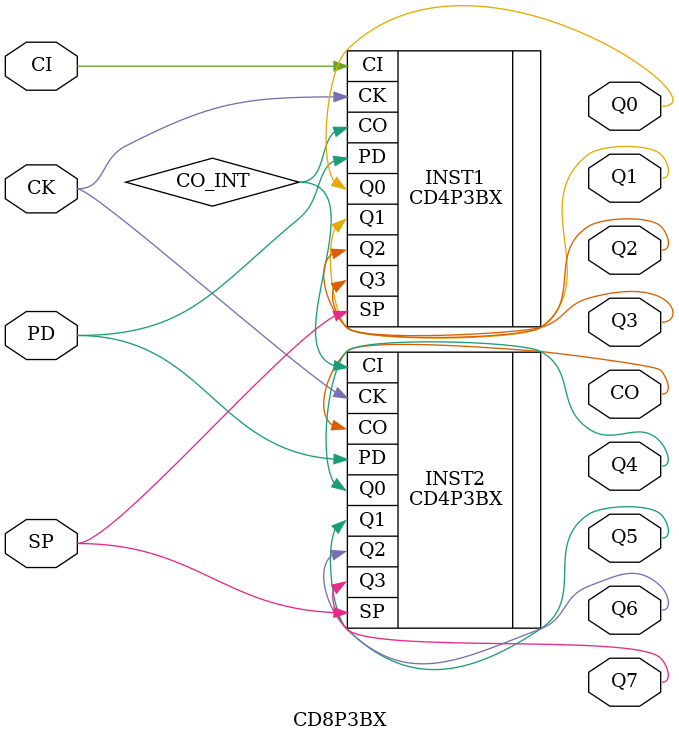
<source format=v>
`resetall
`timescale 1 ns / 100 ps

`celldefine

/* Created by DB2VERILOG Version 1.3.8.0 on Mon Sep 15 14:03:24 1997 */
/* module compiled from "lsl2db 4.4.5 (07/17/96)" run */

module CD8P3BX (CI, SP, CK, PD, CO, Q0, Q1, Q2, Q3, 
       Q4, Q5, Q6, Q7);
parameter DISABLED_GSR = 0;
defparam INST1.DISABLED_GSR = DISABLED_GSR;
defparam INST2.DISABLED_GSR = DISABLED_GSR;
input  CI, SP, CK, PD;
output CO, Q0, Q1, Q2, Q3, Q4, Q5, Q6, Q7;
CD4P3BX INST1 (.CI(CI), .SP(SP), .CK(CK), .PD(PD), .CO(
      CO_INT), .Q0(Q0), .Q1(Q1), .Q2(Q2), .Q3(Q3));
CD4P3BX INST2 (.CI(CO_INT), .SP(SP), .CK(CK), .PD(PD),
      .CO(CO), .Q0(Q4), .Q1(Q5), .Q2(Q6), .Q3(Q7));

endmodule

`endcelldefine

</source>
